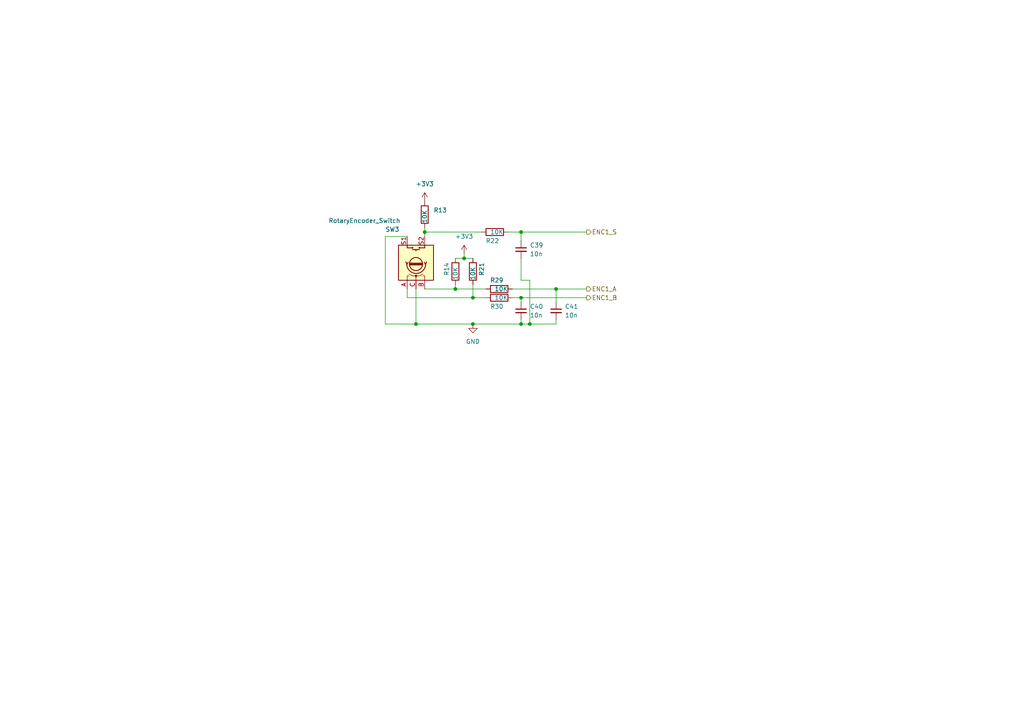
<source format=kicad_sch>
(kicad_sch (version 20231120) (generator "eeschema") (generator_version "8.0")
  (paper "A4")
  (lib_symbols
    (symbol "Device:C_Small" (pin_numbers hide) (pin_names (offset 0.254) hide)
      (property "Reference" "C" (at 0.254 1.778 0))
      (property "Value" "C_Small" (at 0.254 -2.032 0))
      (symbol "C_Small_0_1"
        (polyline (pts (xy -1.524 -0.508) (xy 1.524 -0.508)) (stroke (width 0.3302)))
        (polyline (pts (xy -1.524 0.508) (xy 1.524 0.508)) (stroke (width 0.3048)))
      )
      (symbol "C_Small_1_1"
        (pin passive line (at 0 2.54 270) (length 2.032) (name "~") (number "1"))
        (pin passive line (at 0 -2.54 90) (length 2.032) (name "~") (number "2"))
      )
    )
    (symbol "Device:R" (pin_numbers hide) (pin_names (offset 0))
      (property "Reference" "R" (at 2.032 0 90))
      (property "Value" "R" (at 0 0 90))
      (symbol "R_0_1"
        (rectangle (start -1.016 -2.54) (end 1.016 2.54) (stroke (width 0.254)))
      )
      (symbol "R_1_1"
        (pin passive line (at 0 3.81 270) (length 1.27) (name "~") (number "1"))
        (pin passive line (at 0 -3.81 90) (length 1.27) (name "~") (number "2"))
      )
    )
    (symbol "Device:RotaryEncoder_Switch" (pin_names (offset 0.254) hide)
      (property "Reference" "SW" (at 0 6.604 0))
      (property "Value" "RotaryEncoder_Switch" (at 0 -6.604 0))
      (symbol "RotaryEncoder_Switch_0_1"
        (rectangle (start -5.08 5.08) (end 5.08 -5.08) (stroke (width 0.254)) (fill (type background)))
        (circle (center -3.81 0) (radius 0.254) (fill (type outline)))
        (circle (center -0.381 0) (radius 1.905) (stroke (width 0.254)))
        (arc (start -0.381 2.667) (mid -3.0988 -0.0635) (end -0.381 -2.794) (stroke (width 0.254)))
        (polyline (pts (xy -0.635 -1.778) (xy -0.635 1.778)) (stroke (width 0.254)))
        (polyline (pts (xy -0.381 -1.778) (xy -0.381 1.778)) (stroke (width 0.254)))
        (polyline (pts (xy -0.127 1.778) (xy -0.127 -1.778)) (stroke (width 0.254)))
        (polyline (pts (xy 3.81 0) (xy 3.429 0)) (stroke (width 0.254)))
        (polyline (pts (xy 3.81 1.016) (xy 3.81 -1.016)) (stroke (width 0.254)))
        (polyline (pts (xy -5.08 -2.54) (xy -3.81 -2.54) (xy -3.81 -2.032)))
        (polyline (pts (xy -5.08 2.54) (xy -3.81 2.54) (xy -3.81 2.032)))
        (polyline (pts (xy 0.254 -3.048) (xy -0.508 -2.794) (xy 0.127 -2.413)) (stroke (width 0.254)))
        (polyline (pts (xy 0.254 2.921) (xy -0.508 2.667) (xy 0.127 2.286)) (stroke (width 0.254)))
        (polyline (pts (xy 5.08 -2.54) (xy 4.318 -2.54) (xy 4.318 -1.016)) (stroke (width 0.254)))
        (polyline (pts (xy 5.08 2.54) (xy 4.318 2.54) (xy 4.318 1.016)) (stroke (width 0.254)))
        (polyline (pts (xy -5.08 0) (xy -3.81 0) (xy -3.81 -1.016) (xy -3.302 -2.032)))
        (polyline (pts (xy -4.318 0) (xy -3.81 0) (xy -3.81 1.016) (xy -3.302 2.032)))
        (circle (center 4.318 -1.016) (radius 0.127) (stroke (width 0.254)))
        (circle (center 4.318 1.016) (radius 0.127) (stroke (width 0.254)))
      )
      (symbol "RotaryEncoder_Switch_1_1"
        (pin passive line (at -7.62 2.54 0) (length 2.54) (name "A") (number "A"))
        (pin passive line (at -7.62 -2.54 0) (length 2.54) (name "B") (number "B"))
        (pin passive line (at -7.62 0 0) (length 2.54) (name "C") (number "C"))
        (pin passive line (at 7.62 2.54 180) (length 2.54) (name "S1") (number "S1"))
        (pin passive line (at 7.62 -2.54 180) (length 2.54) (name "S2") (number "S2"))
      )
    )
    (symbol "power:+3V3" (power) (pin_names (offset 0))
      (property "Value" "+3V3" (at 0 3.556 0))
      (symbol "+3V3_0_1"
        (polyline (pts (xy -0.762 1.27) (xy 0 2.54)))
        (polyline (pts (xy 0 0) (xy 0 2.54)))
        (polyline (pts (xy 0 2.54) (xy 0.762 1.27)))
      )
      (symbol "+3V3_1_1"
        (pin power_in line (at 0 0 90) (length 0) hide (name "+3V3") (number "1"))
      )
    )
    (symbol "power:GND" (power) (pin_names (offset 0))
      (property "Value" "GND" (at 0 -3.81 0))
      (symbol "GND_0_1"
        (polyline (pts (xy 0 0) (xy 0 -1.27) (xy 1.27 -1.27) (xy 0 -2.54) (xy -1.27 -1.27) (xy 0 -1.27)))
      )
      (symbol "GND_1_1"
        (pin power_in line (at 0 0 270) (length 0) hide (name "GND") (number "1"))
      )
    )
  )
  (junction (at 137.16 86.36))
  (junction (at 120.65 93.98))
  (junction (at 151.13 93.98))
  (junction (at 151.13 86.36))
  (junction (at 132.08 83.82))
  (junction (at 151.13 67.31))
  (junction (at 161.29 83.82))
  (junction (at 123.19 67.31))
  (junction (at 153.67 93.98))
  (junction (at 134.62 74.93))
  (junction (at 137.16 93.98))
  (wire (pts (xy 148.59 83.82) (xy 161.29 83.82)))
  (wire (pts (xy 134.62 74.93) (xy 137.16 74.93)))
  (wire (pts (xy 137.16 82.55) (xy 137.16 86.36)))
  (wire (pts (xy 151.13 86.36) (xy 170.18 86.36)))
  (wire (pts (xy 151.13 87.63) (xy 151.13 86.36)))
  (wire (pts (xy 134.62 73.66) (xy 134.62 74.93)))
  (wire (pts (xy 132.08 74.93) (xy 134.62 74.93)))
  (wire (pts (xy 123.19 67.31) (xy 139.7 67.31)))
  (wire (pts (xy 151.13 86.36) (xy 148.59 86.36)))
  (wire (pts (xy 151.13 92.71) (xy 151.13 93.98)))
  (wire (pts (xy 161.29 83.82) (xy 161.29 87.63)))
  (wire (pts (xy 151.13 67.31) (xy 151.13 69.85)))
  (wire (pts (xy 161.29 83.82) (xy 170.18 83.82)))
  (wire (pts (xy 153.67 81.28) (xy 153.67 93.98)))
  (wire (pts (xy 123.19 83.82) (xy 132.08 83.82)))
  (wire (pts (xy 118.11 86.36) (xy 137.16 86.36)))
  (wire (pts (xy 111.76 68.58) (xy 111.76 93.98)))
  (wire (pts (xy 151.13 93.98) (xy 153.67 93.98)))
  (wire (pts (xy 151.13 67.31) (xy 170.18 67.31)))
  (wire (pts (xy 137.16 93.98) (xy 120.65 93.98)))
  (wire (pts (xy 151.13 81.28) (xy 153.67 81.28)))
  (wire (pts (xy 137.16 86.36) (xy 140.97 86.36)))
  (wire (pts (xy 151.13 93.98) (xy 137.16 93.98)))
  (wire (pts (xy 111.76 93.98) (xy 120.65 93.98)))
  (wire (pts (xy 120.65 83.82) (xy 120.65 93.98)))
  (wire (pts (xy 118.11 83.82) (xy 118.11 86.36)))
  (wire (pts (xy 132.08 83.82) (xy 140.97 83.82)))
  (wire (pts (xy 132.08 82.55) (xy 132.08 83.82)))
  (wire (pts (xy 123.19 67.31) (xy 123.19 68.58)))
  (wire (pts (xy 147.32 67.31) (xy 151.13 67.31)))
  (wire (pts (xy 161.29 92.71) (xy 161.29 93.98)))
  (wire (pts (xy 111.76 68.58) (xy 118.11 68.58)))
  (wire (pts (xy 153.67 93.98) (xy 161.29 93.98)))
  (wire (pts (xy 123.19 66.04) (xy 123.19 67.31)))
  (wire (pts (xy 151.13 74.93) (xy 151.13 81.28)))
  (hierarchical_label "ENC1_A" (shape output) (at 170.18 83.82 0))
  (hierarchical_label "ENC1_B" (shape output) (at 170.18 86.36 0))
  (hierarchical_label "ENC1_S" (shape output) (at 170.18 67.31 0))
  (symbol (lib_id "Device:R") (at 144.78 86.36 90) (unit 1)
    (property "Reference" "R30" (at 146.05 88.9 90) (effects (justify left)))
    (property "Value" "10K" (at 147.32 86.36 90) (effects (justify left)))
    (property "Footprint" "Resistor_SMD:R_0402_1005Metric" (effects (hide yes)))
    (property "PN" "RC0402FR-0710KL" (effects (hide yes)))
    (property "lcsc#" "C25744" (effects (hide yes)))
  )
  (symbol (lib_id "Device:R") (at 143.51 67.31 90) (unit 1)
    (property "Reference" "R22" (at 144.78 69.85 90) (effects (justify left)))
    (property "Value" "10K" (at 146.05 67.31 90) (effects (justify left)))
    (property "Footprint" "Resistor_SMD:R_0402_1005Metric" (effects (hide yes)))
    (property "PN" "RC0402FR-0710KL" (effects (hide yes)))
    (property "lcsc#" "C25744" (effects (hide yes)))
  )
  (symbol (lib_id "Device:C_Small") (at 161.29 90.17 0) (unit 1)
    (property "Reference" "C41" (at 163.83 88.9063 0) (effects (justify left)))
    (property "Value" "10n" (at 163.83 91.4463 0) (effects (justify left)))
    (property "Footprint" "Capacitor_SMD:C_0402_1005Metric" (effects (hide yes)))
    (property "PN" "CC0402KRX7R9BB103" (effects (hide yes)))
    (property "lcsc#" "C60133" (effects (hide yes)))
  )
  (symbol (lib_id "Device:R") (at 132.08 78.74 0) (unit 1)
    (property "Reference" "R14" (at 129.54 80.01 90) (effects (justify left)))
    (property "Value" "10K" (at 132.08 81.28 90) (effects (justify left)))
    (property "Footprint" "Resistor_SMD:R_0402_1005Metric" (effects (hide yes)))
    (property "PN" "RC0402FR-0710KL" (effects (hide yes)))
    (property "lcsc#" "C25744" (effects (hide yes)))
  )
  (symbol (lib_id "Device:R") (at 137.16 78.74 0) (unit 1)
    (property "Reference" "R21" (at 139.7 80.01 90) (effects (justify left)))
    (property "Value" "10K" (at 137.16 81.28 90) (effects (justify left)))
    (property "Footprint" "Resistor_SMD:R_0402_1005Metric" (effects (hide yes)))
    (property "PN" "RC0402FR-0710KL" (effects (hide yes)))
    (property "lcsc#" "C25744" (effects (hide yes)))
  )
  (symbol (lib_id "power:+3V3") (at 123.19 58.42 0) (unit 1)
    (property "Reference" "#PWR015" (effects (hide yes)))
    (property "Value" "+3V3" (at 123.19 53.34 0))
  )
  (symbol (lib_id "power:GND") (at 137.16 93.98 0) (unit 1)
    (property "Reference" "#PWR019" (effects (hide yes)))
    (property "Value" "GND" (at 137.16 99.06 0))
  )
  (symbol (lib_id "Device:R") (at 144.78 83.82 90) (unit 1)
    (property "Reference" "R29" (at 146.05 81.28 90) (effects (justify left)))
    (property "Value" "10K" (at 147.32 83.82 90) (effects (justify left)))
    (property "Footprint" "Resistor_SMD:R_0402_1005Metric" (effects (hide yes)))
    (property "PN" "RC0402FR-0710KL" (effects (hide yes)))
    (property "lcsc#" "C25744" (effects (hide yes)))
  )
  (symbol (lib_id "Device:C_Small") (at 151.13 72.39 0) (unit 1)
    (property "Reference" "C39" (at 153.67 71.1263 0) (effects (justify left)))
    (property "Value" "10n" (at 153.67 73.6663 0) (effects (justify left)))
    (property "Footprint" "Capacitor_SMD:C_0402_1005Metric" (effects (hide yes)))
    (property "PN" "CC0402KRX7R9BB103" (effects (hide yes)))
    (property "lcsc#" "C60133" (effects (hide yes)))
  )
  (symbol (lib_id "Device:C_Small") (at 151.13 90.17 0) (unit 1)
    (property "Reference" "C40" (at 153.67 88.9063 0) (effects (justify left)))
    (property "Value" "10n" (at 153.67 91.4463 0) (effects (justify left)))
    (property "Footprint" "Capacitor_SMD:C_0402_1005Metric" (effects (hide yes)))
    (property "PN" "CC0402KRX7R9BB103" (effects (hide yes)))
    (property "lcsc#" "C60133" (effects (hide yes)))
  )
  (symbol (lib_id "power:+3V3") (at 134.62 73.66 0) (unit 1)
    (property "Reference" "#PWR016" (effects (hide yes)))
    (property "Value" "+3V3" (at 134.62 68.58 0))
  )
  (symbol (lib_id "Device:RotaryEncoder_Switch") (at 120.65 76.2 90) (unit 1)
    (property "Reference" "SW3" (at 111.76 66.548 90) (effects (justify right)))
    (property "Value" "RotaryEncoder_Switch" (at 95.25 64.008 90) (effects (justify right)))
    (property "Footprint" "Rotary_Encoder:RotaryEncoder_Bourns_Horizontal_PEC09-2xxxF-Sxxxx" (effects (hide yes)))
    (property "Description" "Rotary encoder, dual channel, incremental quadrate outputs, with switch" (effects (hide yes)))
  )
  (symbol (lib_id "Device:R") (at 123.19 62.23 0) (unit 1)
    (property "Reference" "R13" (at 125.73 60.96 0) (effects (justify left)))
    (property "Value" "10K" (at 123.19 64.77 90) (effects (justify left)))
    (property "Footprint" "Resistor_SMD:R_0402_1005Metric" (effects (hide yes)))
    (property "PN" "RC0402FR-0710KL" (effects (hide yes)))
    (property "lcsc#" "C25744" (effects (hide yes)))
  )
)
</source>
